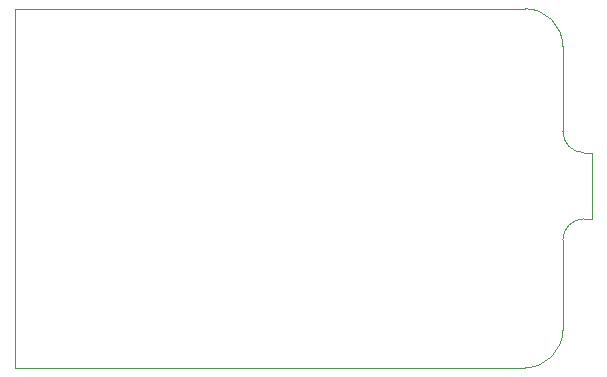
<source format=gko>
G04 #@! TF.GenerationSoftware,KiCad,Pcbnew,(2017-01-20 revision 550a1ea)-makepkg*
G04 #@! TF.CreationDate,2017-01-21T19:12:54+01:00*
G04 #@! TF.ProjectId,dekada,64656B6164612E6B696361645F706362,rev?*
G04 #@! TF.FileFunction,Profile,NP*
%FSLAX46Y46*%
G04 Gerber Fmt 4.6, Leading zero omitted, Abs format (unit mm)*
G04 Created by KiCad (PCBNEW (2017-01-20 revision 550a1ea)-makepkg) date 01/21/17 19:12:54*
%MOMM*%
%LPD*%
G01*
G04 APERTURE LIST*
%ADD10C,0.050000*%
G04 APERTURE END LIST*
D10*
X-702502Y0D02*
G75*
G02X-2502502Y1800000I0J1800000D01*
G01*
X-2502502Y-15005608D02*
X-2500000Y-7400000D01*
X-2502502Y-15005608D02*
G75*
G02X-5702502Y-18205608I-3200000J0D01*
G01*
X-48902502Y-18205608D02*
X-5702502Y-18205608D01*
X-48902502Y12194392D02*
X-48902502Y-18205608D01*
X-2500000Y-7400000D02*
G75*
G02X-700000Y-5600000I1800000J0D01*
G01*
X-5702502Y12194392D02*
G75*
G02X-2502502Y8994392I0J-3200000D01*
G01*
X-48902502Y12194392D02*
X-5702502Y12194392D01*
X-2502502Y1800000D02*
X-2502502Y9000000D01*
X0Y0D02*
X-700000Y0D01*
X0Y-5600000D02*
X0Y0D01*
X-700000Y-5600000D02*
X0Y-5600000D01*
M02*

</source>
